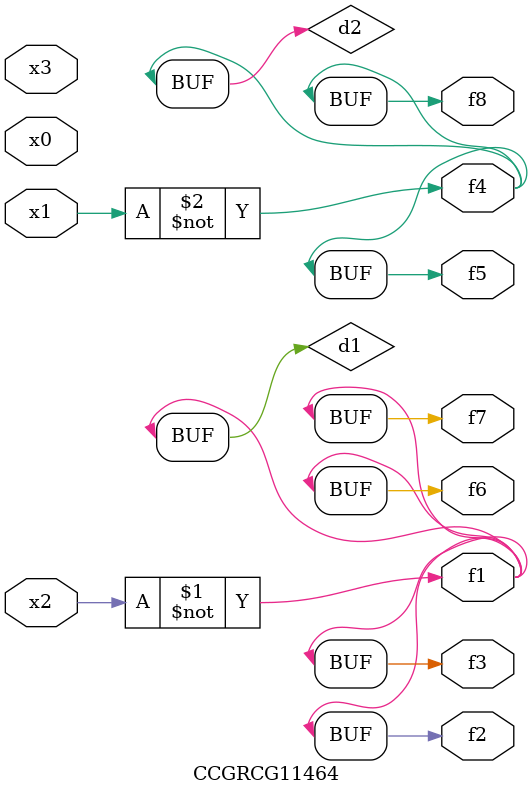
<source format=v>
module CCGRCG11464(
	input x0, x1, x2, x3,
	output f1, f2, f3, f4, f5, f6, f7, f8
);

	wire d1, d2;

	xnor (d1, x2);
	not (d2, x1);
	assign f1 = d1;
	assign f2 = d1;
	assign f3 = d1;
	assign f4 = d2;
	assign f5 = d2;
	assign f6 = d1;
	assign f7 = d1;
	assign f8 = d2;
endmodule

</source>
